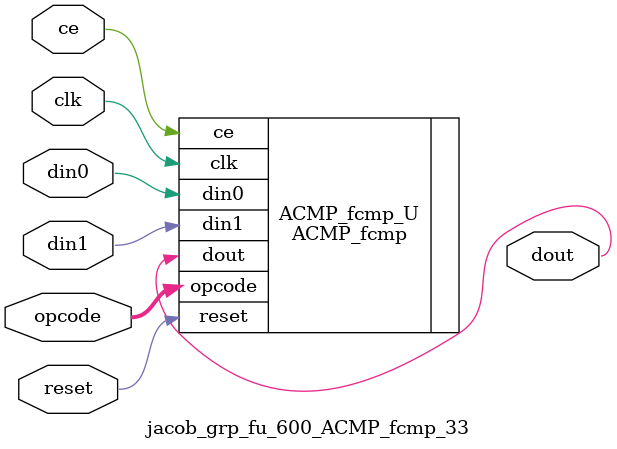
<source format=v>

`timescale 1 ns / 1 ps
module jacob_grp_fu_600_ACMP_fcmp_33(
    clk,
    reset,
    ce,
    din0,
    din1,
    opcode,
    dout);

parameter ID = 32'd1;
parameter NUM_STAGE = 32'd1;
parameter din0_WIDTH = 32'd1;
parameter din1_WIDTH = 32'd1;
parameter dout_WIDTH = 32'd1;
input clk;
input reset;
input ce;
input[din0_WIDTH - 1:0] din0;
input[din1_WIDTH - 1:0] din1;
input[5 - 1:0] opcode;
output[dout_WIDTH - 1:0] dout;



ACMP_fcmp #(
.ID( ID ),
.NUM_STAGE( 2 ),
.din0_WIDTH( din0_WIDTH ),
.din1_WIDTH( din1_WIDTH ),
.dout_WIDTH( dout_WIDTH ))
ACMP_fcmp_U(
    .clk( clk ),
    .reset( reset ),
    .ce( ce ),
    .din0( din0 ),
    .din1( din1 ),
    .dout( dout ),
    .opcode( opcode ));

endmodule

</source>
